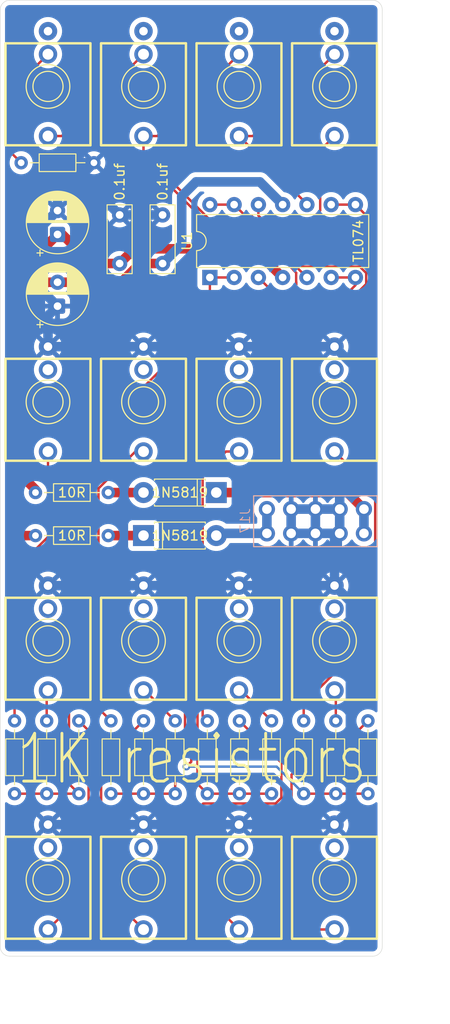
<source format=kicad_pcb>
(kicad_pcb (version 20241229) (generator "pcbnew") (generator_version "9.0")
  (layers (0 "F.Cu" signal) (2 "B.Cu" signal) (13 "F.Paste" user) (15 "B.Paste" user) (5 "F.SilkS" user "F.Silkscreen") (7 "B.SilkS" user "B.Silkscreen") (1 "F.Mask" user) (3 "B.Mask" user) (25 "Edge.Cuts" user))
  (net 0 "")
  (net 1 "GND")
  (net 2 "+12v")
  (net 3 "-12v")
  (net 4 "Net-(D1-A)")
  (net 5 "Net-(D1-K)")
  (net 6 "Net-(D2-K)")
  (net 7 "Net-(D2-A)")
  (net 8 "Net-(R1-+)")
  (net 9 "Net-(J1-SIG)")
  (net 10 "Net-(R4-+)")
  (net 11 "Net-(R7-+)")
  (net 12 "Net-(J2-SIG)")
  (net 13 "Net-(J5-SIG)")
  (net 14 "Net-(J6-SIG)")
  (net 15 "Net-(J7-SIG)")
  (net 16 "Net-(J8-SIG)")
  (net 17 "Net-(J10-SIG)")
  (net 18 "Net-(J9-SIG)")
  (net 19 "Net-(J11-SIG)")
  (net 20 "Net-(J12-SIG)")
  (net 21 "Net-(J13-SIG)")
  (net 22 "Net-(J14-SIG)")
  (net 23 "Net-(R10-+)")
  (net 24 "Net-(J15-SIG)")
  (net 25 "Net-(J16-SIG)")
  (net 26 "Net-(J4-SIG)")
  (net 27 "Net-(J3-SIG)")
  (net 28 "Net-(J1-SW)")
  (footprint "Resistor_THT:R_Axial_DIN0204_L3.6mm_D1.6mm_P7.62mm_Horizontal" (layer "F.Cu") (at 132.181818 148.953858 90)
    (property "Reference" "R7" (hide yes))
    (property "Value" "1k" (hide yes))
    (pad "1" thru_hole circle (at 0 0 90) (size 1.4 1.4) (drill 0.7) (layers "*.Cu" "*.Mask") (net 11 "Net-(R7-+)"))
    (pad "2" thru_hole circle (at 7.62 0 90) (size 1.4 1.4) (drill 0.7) (layers "*.Cu" "*.Mask") (net 19 "Net-(J11-SIG)"))
  )
  (footprint "PCM_4ms_Jack:EighthInch_PJ398SM" (layer "F.Cu") (at 145.5 132.953858 90)
    (property "Reference" "J15" (hide yes))
    (property "Value" "" (at -6.375 5.975 90) (layer "F.SilkS") (effects (justify left bottom)))
    (pad "1" thru_hole circle (at -5.207 0 90) (size 1.9304 1.9304) (drill 1.143) (layers "*.Cu" "*.Mask") (net 24 "Net-(J15-SIG)"))
    (pad "2" thru_hole circle (at 5.7658 0 90) (size 1.9304 1.9304) (drill 0.889) (layers "*.Cu" "*.Mask") (net 1 "GND"))
    (pad "3" thru_hole circle (at 3.3528 0 90) (size 1.9304 1.9304) (drill 1.143) (layers "*.Cu" "*.Mask"))
  )
  (footprint "Resistor_THT:R_Axial_DIN0204_L3.6mm_D1.6mm_P7.62mm_Horizontal" (layer "F.Cu") (at 138.909091 148.953858 90)
    (property "Reference" "R8" (hide yes))
    (property "Value" "1k" (hide yes))
    (pad "1" thru_hole circle (at 0 0 90) (size 1.4 1.4) (drill 0.7) (layers "*.Cu" "*.Mask") (net 11 "Net-(R7-+)"))
    (pad "2" thru_hole circle (at 7.62 0 90) (size 1.4 1.4) (drill 0.7) (layers "*.Cu" "*.Mask") (net 20 "Net-(J12-SIG)"))
  )
  (footprint "Resistor_THT:R_Axial_DIN0204_L3.6mm_D1.6mm_P7.62mm_Horizontal" (layer "F.Cu") (at 112 148.953858 90)
    (property "Reference" "R1" (hide yes))
    (property "Value" "1k" (hide yes))
    (pad "1" thru_hole circle (at 0 0 90) (size 1.4 1.4) (drill 0.7) (layers "*.Cu" "*.Mask") (net 8 "Net-(R1-+)"))
    (pad "2" thru_hole circle (at 7.62 0 90) (size 1.4 1.4) (drill 0.7) (layers "*.Cu" "*.Mask") (net 13 "Net-(J5-SIG)"))
  )
  (footprint "PCM_4ms_Jack:EighthInch_PJ398SM" (layer "F.Cu") (at 135.5 132.953858 90)
    (property "Reference" "J12" (hide yes))
    (property "Value" "" (at -6.375 5.975 90) (layer "F.SilkS") (effects (justify left bottom)))
    (pad "1" thru_hole circle (at -5.207 0 90) (size 1.9304 1.9304) (drill 1.143) (layers "*.Cu" "*.Mask") (net 20 "Net-(J12-SIG)"))
    (pad "2" thru_hole circle (at 5.7658 0 90) (size 1.9304 1.9304) (drill 0.889) (layers "*.Cu" "*.Mask") (net 1 "GND"))
    (pad "3" thru_hole circle (at 3.3528 0 90) (size 1.9304 1.9304) (drill 1.143) (layers "*.Cu" "*.Mask"))
  )
  (footprint "Resistor_THT:R_Axial_DIN0204_L3.6mm_D1.6mm_P7.62mm_Horizontal" (layer "F.Cu") (at 115.363636 148.953858 90)
    (property "Reference" "R2" (hide yes))
    (property "Value" "1k" (hide yes))
    (pad "1" thru_hole circle (at 0 0 90) (size 1.4 1.4) (drill 0.7) (layers "*.Cu" "*.Mask") (net 8 "Net-(R1-+)"))
    (pad "2" thru_hole circle (at 7.62 0 90) (size 1.4 1.4) (drill 0.7) (layers "*.Cu" "*.Mask") (net 14 "Net-(J6-SIG)"))
  )
  (footprint "Capacitor_THT:CP_Radial_D6.3mm_P2.50mm" (layer "F.Cu") (at 116.5 90.453858 90)
    (property "Reference" "C1" (hide yes))
    (property "Value" "10uF")
    (pad "1" thru_hole roundrect (at 0 0 90) (size 1.6 1.6) (drill 0.8) (layers "*.Cu" "*.Mask") (roundrect_rratio 0.15625) (net 2 "+12v"))
    (pad "2" thru_hole circle (at 2.5 0 90) (size 1.6 1.6) (drill 0.8) (layers "*.Cu" "*.Mask") (net 1 "GND"))
  )
  (footprint "Resistor_THT:R_Axial_DIN0204_L3.6mm_D1.6mm_P7.62mm_Horizontal" (layer "F.Cu") (at 125.5 148.953858 90)
    (property "Reference" "R5" (hide yes))
    (property "Value" "1k" (hide yes))
    (pad "1" thru_hole circle (at 0 0 90) (size 1.4 1.4) (drill 0.7) (layers "*.Cu" "*.Mask") (net 10 "Net-(R4-+)"))
    (pad "2" thru_hole circle (at 7.62 0 90) (size 1.4 1.4) (drill 0.7) (layers "*.Cu" "*.Mask") (net 17 "Net-(J10-SIG)"))
  )
  (footprint "PCM_4ms_Jack:EighthInch_PJ398SM" (layer "F.Cu") (at 125.5 157.953858 90)
    (property "Reference" "J10" (hide yes))
    (property "Value" "" (at -6.375 5.975 90) (layer "F.SilkS") (effects (justify left bottom)))
    (pad "1" thru_hole circle (at -5.207 0 90) (size 1.9304 1.9304) (drill 1.143) (layers "*.Cu" "*.Mask") (net 17 "Net-(J10-SIG)"))
    (pad "2" thru_hole circle (at 5.7658 0 90) (size 1.9304 1.9304) (drill 0.889) (layers "*.Cu" "*.Mask") (net 1 "GND"))
    (pad "3" thru_hole circle (at 3.3528 0 90) (size 1.9304 1.9304) (drill 1.143) (layers "*.Cu" "*.Mask"))
  )
  (footprint "PCM_4ms_Jack:EighthInch_PJ398SM" (layer "F.Cu") (at 125.5 107.953858 90)
    (property "Reference" "J8" (hide yes))
    (property "Value" "" (hide yes))
    (pad "1" thru_hole circle (at -5.207 0 90) (size 1.9304 1.9304) (drill 1.143) (layers "*.Cu" "*.Mask") (net 16 "Net-(J8-SIG)"))
    (pad "2" thru_hole circle (at 5.7658 0 90) (size 1.9304 1.9304) (drill 0.889) (layers "*.Cu" "*.Mask") (net 1 "GND"))
    (pad "3" thru_hole circle (at 3.3528 0 90) (size 1.9304 1.9304) (drill 1.143) (layers "*.Cu" "*.Mask"))
  )
  (footprint "Resistor_THT:R_Axial_DIN0204_L3.6mm_D1.6mm_P7.62mm_Horizontal" (layer "F.Cu") (at 145.636364 148.953858 90)
    (property "Reference" "R11" (hide yes))
    (property "Value" "1k" (hide yes))
    (pad "1" thru_hole circle (at 0 0 90) (size 1.4 1.4) (drill 0.7) (layers "*.Cu" "*.Mask") (net 23 "Net-(R10-+)"))
    (pad "2" thru_hole circle (at 7.62 0 90) (size 1.4 1.4) (drill 0.7) (layers "*.Cu" "*.Mask") (net 24 "Net-(J15-SIG)"))
  )
  (footprint "PCM_4ms_Jack:EighthInch_PJ398SM" (layer "F.Cu") (at 115.5 107.953858 90)
    (property "Reference" "J5" (hide yes))
    (property "Value" "" (hide yes))
    (pad "1" thru_hole circle (at -5.207 0 90) (size 1.9304 1.9304) (drill 1.143) (layers "*.Cu" "*.Mask") (net 13 "Net-(J5-SIG)"))
    (pad "2" thru_hole circle (at 5.7658 0 90) (size 1.9304 1.9304) (drill 0.889) (layers "*.Cu" "*.Mask") (net 1 "GND"))
    (pad "3" thru_hole circle (at 3.3528 0 90) (size 1.9304 1.9304) (drill 1.143) (layers "*.Cu" "*.Mask"))
  )
  (footprint "PCM_4ms_Diode:D_DO-41_P7.62mm_Horizontal" (layer "F.Cu") (at 129.31 117.453858 180)
    (property "Reference" "D2" (hide yes))
    (property "Value" "1N5819" (at 0 0 0) (layer "F.SilkS") (effects (font (size 1.016 1.016) (thickness 0.1524))))
    (pad "1" thru_hole rect (at -3.81 0 180) (size 2.2 2.2) (drill 1.1) (layers "*.Cu" "*.Mask") (net 6 "Net-(D2-K)"))
    (pad "2" thru_hole oval (at 3.81 0 180) (size 2.2 2.2) (drill 1.1) (layers "*.Cu" "*.Mask") (net 7 "Net-(D2-A)"))
  )
  (footprint "Resistor_THT:R_Axial_DIN0204_L3.6mm_D1.6mm_P7.62mm_Horizontal" (layer "F.Cu") (at 142.272727 148.953858 90)
    (property "Reference" "R10" (hide yes))
    (property "Value" "1k" (hide yes))
    (pad "1" thru_hole circle (at 0 0 90) (size 1.4 1.4) (drill 0.7) (layers "*.Cu" "*.Mask") (net 23 "Net-(R10-+)"))
    (pad "2" thru_hole circle (at 7.62 0 90) (size 1.4 1.4) (drill 0.7) (layers "*.Cu" "*.Mask") (net 22 "Net-(J14-SIG)"))
  )
  (footprint "PCM_4ms_Jack:EighthInch_PJ398SM" (layer "F.Cu") (at 145.5 107.953858 90)
    (property "Reference" "J14" (hide yes))
    (property "Value" "" (at -6.375 5.975 90) (layer "F.SilkS") (effects (justify left bottom)))
    (pad "1" thru_hole circle (at -5.207 0 90) (size 1.9304 1.9304) (drill 1.143) (layers "*.Cu" "*.Mask") (net 22 "Net-(J14-SIG)"))
    (pad "2" thru_hole circle (at 5.7658 0 90) (size 1.9304 1.9304) (drill 0.889) (layers "*.Cu" "*.Mask") (net 1 "GND"))
    (pad "3" thru_hole circle (at 3.3528 0 90) (size 1.9304 1.9304) (drill 1.143) (layers "*.Cu" "*.Mask"))
  )
  (footprint "Resistor_THT:R_Axial_DIN0204_L3.6mm_D1.6mm_P7.62mm_Horizontal" (layer "F.Cu") (at 135.545455 148.953858 90)
    (property "Reference" "R9" (hide yes))
    (property "Value" "1k" (hide yes))
    (pad "1" thru_hole circle (at 0 0 90) (size 1.4 1.4) (drill 0.7) (layers "*.Cu" "*.Mask") (net 11 "Net-(R7-+)"))
    (pad "2" thru_hole circle (at 7.62 0 90) (size 1.4 1.4) (drill 0.7) (layers "*.Cu" "*.Mask") (net 21 "Net-(J13-SIG)"))
  )
  (footprint "PCM_4ms_Jack:EighthInch_PJ398SM" (layer "F.Cu") (at 145.5 74.953858 90)
    (property "Reference" "J4" (hide yes))
    (property "Value" "" (hide yes))
    (pad "1" thru_hole circle (at -5.207 0 90) (size 1.9304 1.9304) (drill 1.143) (layers "*.Cu" "*.Mask") (net 26 "Net-(J4-SIG)"))
    (pad "2" thru_hole circle (at 5.7658 0 90) (size 1.9304 1.9304) (drill 0.889) (layers "*.Cu" "*.Mask"))
    (pad "3" thru_hole circle (at 3.3528 0 90) (size 1.9304 1.9304) (drill 1.143) (layers "*.Cu" "*.Mask") (net 27 "Net-(J3-SIG)"))
  )
  (footprint "PCM_4ms_Capacitor:C_Disc_P5.08mm" (layer "F.Cu") (at 127.5 90.953858 90)
    (property "Reference" "C4" (hide yes))
    (property "Value" "0.1uf" (at 6 0 90) (layer "F.SilkS") (effects (font (size 1.016 1.016) (thickness 0.1524))))
    (pad "1" thru_hole circle (at -2.54 0 90) (size 1.6 1.6) (drill 0.8) (layers "*.Cu" "*.Mask") (net 3 "-12v"))
    (pad "2" thru_hole circle (at 2.54 0 90) (size 1.6 1.6) (drill 0.8) (layers "*.Cu" "*.Mask") (net 1 "GND"))
  )
  (footprint "PCM_4ms_Capacitor:C_Disc_P5.08mm" (layer "F.Cu") (at 123 90.953858 -90)
    (property "Reference" "C2" (hide yes))
    (property "Value" "0.1uf" (at -6 0 90) (layer "F.SilkS") (effects (font (size 1.016 1.016) (thickness 0.1524))))
    (pad "1" thru_hole circle (at -2.54 0 270) (size 1.6 1.6) (drill 0.8) (layers "*.Cu" "*.Mask") (net 1 "GND"))
    (pad "2" thru_hole circle (at 2.54 0 270) (size 1.6 1.6) (drill 0.8) (layers "*.Cu" "*.Mask") (net 2 "+12v"))
  )
  (footprint "Capacitor_THT:CP_Radial_D6.3mm_P2.50mm" (layer "F.Cu") (at 116.5 97.953858 90)
    (property "Reference" "C3" (hide yes))
    (property "Value" "10uF")
    (pad "1" thru_hole roundrect (at 0 0 90) (size 1.6 1.6) (drill 0.8) (layers "*.Cu" "*.Mask") (roundrect_rratio 0.15625) (net 1 "GND"))
    (pad "2" thru_hole circle (at 2.5 0 90) (size 1.6 1.6) (drill 0.8) (layers "*.Cu" "*.Mask") (net 3 "-12v"))
  )
  (footprint "Resistor_THT:R_Axial_DIN0204_L3.6mm_D1.6mm_P7.62mm_Horizontal" (layer "F.Cu") (at 122.090909 148.953858 90)
    (property "Reference" "R4" (hide yes))
    (property "Value" "1k" (hide yes))
    (pad "1" thru_hole circle (at 0 0 90) (size 1.4 1.4) (drill 0.7) (layers "*.Cu" "*.Mask") (net 10 "Net-(R4-+)"))
    (pad "2" thru_hole circle (at 7.62 0 90) (size 1.4 1.4) (drill 0.7) (layers "*.Cu" "*.Mask") (net 16 "Net-(J8-SIG)"))
  )
  (footprint "PCM_4ms_Jack:EighthInch_PJ398SM" (layer "F.Cu") (at 135.5 107.953858 90)
    (property "Reference" "J11" (hide yes))
    (property "Value" "" (hide yes))
    (pad "1" thru_hole circle (at -5.207 0 90) (size 1.9304 1.9304) (drill 1.143) (layers "*.Cu" "*.Mask") (net 19 "Net-(J11-SIG)"))
    (pad "2" thru_hole circle (at 5.7658 0 90) (size 1.9304 1.9304) (drill 0.889) (layers "*.Cu" "*.Mask") (net 1 "GND"))
    (pad "3" thru_hole circle (at 3.3528 0 90) (size 1.9304 1.9304) (drill 1.143) (layers "*.Cu" "*.Mask"))
  )
  (footprint "PCM_4ms_Diode:D_DO-41_P7.62mm_Horizontal" (layer "F.Cu") (at 129.31 121.953858)
    (property "Reference" "D1" (hide yes))
    (property "Value" "1N5819" (at 0 0 0) (layer "F.SilkS") (effects (font (size 1.016 1.016) (thickness 0.1524))))
    (pad "1" thru_hole rect (at -3.81 0) (size 2.2 2.2) (drill 1.1) (layers "*.Cu" "*.Mask") (net 5 "Net-(D1-K)"))
    (pad "2" thru_hole oval (at 3.81 0) (size 2.2 2.2) (drill 1.1) (layers "*.Cu" "*.Mask") (net 4 "Net-(D1-A)"))
  )
  (footprint "PCM_4ms_Package_DIP:DIP-14_W7.62mm" (layer "F.Cu") (at 132.5 94.953858 90)
    (property "Reference" "U1" (at 3.81 -2.44 90) (layer "F.SilkS"))
    (property "Value" "TL074" (at 3.81 15.5 90) (layer "F.SilkS"))
    (fp_text user "" (at 3.81 7.57 90) (layer "F.SilkS"))
    (pad "1" thru_hole rect (at 0 -0.05 90) (size 1.6 1.6) (drill 0.8) (layers "*.Cu" "*.Mask") (net 8 "Net-(R1-+)"))
    (pad "2" thru_hole oval (at 0 2.49 90) (size 1.6 1.6) (drill 0.8) (layers "*.Cu" "*.Mask") (net 8 "Net-(R1-+)"))
    (pad "3" thru_hole oval (at 0 5.03 90) (size 1.6 1.6) (drill 0.8) (layers "*.Cu" "*.Mask") (net 9 "Net-(J1-SIG)"))
    (pad "4" thru_hole oval (at 0 7.57 90) (size 1.6 1.6) (drill 0.8) (layers "*.Cu" "*.Mask") (net 2 "+12v"))
    (pad "5" thru_hole oval (at 0 10.11 90) (size 1.6 1.6) (drill 0.8) (layers "*.Cu" "*.Mask") (net 12 "Net-(J2-SIG)"))
    (pad "6" thru_hole oval (at 0 12.65 90) (size 1.6 1.6) (drill 0.8) (layers "*.Cu" "*.Mask") (net 10 "Net-(R4-+)"))
    (pad "7" thru_hole oval (at 0 15.19 90) (size 1.6 1.6) (drill 0.8) (layers "*.Cu" "*.Mask") (net 10 "Net-(R4-+)"))
    (pad "8" thru_hole oval (at 7.62 15.19 90) (size 1.6 1.6) (drill 0.8) (layers "*.Cu" "*.Mask") (net 11 "Net-(R7-+)"))
    (pad "9" thru_hole oval (at 7.62 12.65 90) (size 1.6 1.6) (drill 0.8) (layers "*.Cu" "*.Mask") (net 11 "Net-(R7-+)"))
    (pad "10" thru_hole oval (at 7.62 10.11 90) (size 1.6 1.6) (drill 0.8) (layers "*.Cu" "*.Mask") (net 27 "Net-(J3-SIG)"))
    (pad "11" thru_hole oval (at 7.62 7.57 90) (size 1.6 1.6) (drill 0.8) (layers "*.Cu" "*.Mask") (net 3 "-12v"))
    (pad "12" thru_hole oval (at 7.62 5.03 90) (size 1.6 1.6) (drill 0.8) (layers "*.Cu" "*.Mask") (net 26 "Net-(J4-SIG)"))
    (pad "13" thru_hole oval (at 7.62 2.49 90) (size 1.6 1.6) (drill 0.8) (layers "*.Cu" "*.Mask") (net 23 "Net-(R10-+)"))
    (pad "14" thru_hole oval (at 7.62 -0.05 90) (size 1.6 1.6) (drill 0.8) (layers "*.Cu" "*.Mask") (net 23 "Net-(R10-+)"))
  )
  (footprint "Resistor_THT:R_Axial_DIN0204_L3.6mm_D1.6mm_P7.62mm_Horizontal" (layer "F.Cu") (at 128.818182 148.953858 90)
    (property "Reference" "R6" (hide yes))
    (property "Value" "1k" (hide yes))
    (pad "1" thru_hole circle (at 0 0 90) (size 1.4 1.4) (drill 0.7) (layers "*.Cu" "*.Mask") (net 10 "Net-(R4-+)"))
    (pad "2" thru_hole circle (at 7.62 0 90) (size 1.4 1.4) (drill 0.7) (layers "*.Cu" "*.Mask") (net 18 "Net-(J9-SIG)"))
  )
  (footprint "PCM_4ms_Jack:EighthInch_PJ398SM" (layer "F.Cu") (at 115.5 74.953858 90)
    (property "Reference" "J1" (hide yes))
    (property "Value" "" (hide yes))
    (pad "1" thru_hole circle (at -5.207 0 90) (size 1.9304 1.9304) (drill 1.143) (layers "*.Cu" "*.Mask") (net 9 "Net-(J1-SIG)"))
    (pad "2" thru_hole circle (at 5.7658 0 90) (size 1.9304 1.9304) (drill 0.889) (layers "*.Cu" "*.Mask"))
    (pad "3" thru_hole circle (at 3.3528 0 90) (size 1.9304 1.9304) (drill 1.143) (layers "*.Cu" "*.Mask") (net 28 "Net-(J1-SW)"))
  )
  (footprint "PCM_4ms_Jack:EighthInch_PJ398SM" (layer "F.Cu") (at 145.5 157.953858 90)
    (property "Reference" "J16" (hide yes))
    (property "Value" "" (at -6.375 5.975 90) (layer "F.SilkS") (effects (justify left bottom)))
    (pad "1" thru_hole circle (at -5.207 0 90) (size 1.9304 1.9304) (drill 1.143) (layers "*.Cu" "*.Mask") (net 25 "Net-(J16-SIG)"))
    (pad "2" thru_hole circle (at 5.7658 0 90) (size 1.9304 1.9304) (drill 0.889) (layers "*.Cu" "*.Mask") (net 1 "GND"))
    (pad "3" thru_hole circle (at 3.3528 0 90) (size 1.9304 1.9304) (drill 1.143) (layers "*.Cu" "*.Mask"))
  )
  (footprint "PCM_4ms_Jack:EighthInch_PJ398SM" (layer "F.Cu") (at 125.5 132.953858 90)
    (property "Reference" "J9" (hide yes))
    (property "Value" "" (at -6.375 5.975 90) (layer "F.SilkS") (effects (justify left bottom)))
    (pad "1" thru_hole circle (at -5.207 0 90) (size 1.9304 1.9304) (drill 1.143) (layers "*.Cu" "*.Mask") (net 18 "Net-(J9-SIG)"))
    (pad "2" thru_hole circle (at 5.7658 0 90) (size 1.9304 1.9304) (drill 0.889) (layers "*.Cu" "*.Mask") (net 1 "GND"))
    (pad "3" thru_hole circle (at 3.3528 0 90) (size 1.9304 1.9304) (drill 1.143) (layers "*.Cu" "*.Mask"))
  )
  (footprint "PCM_4ms_Jack:EighthInch_PJ398SM" (layer "F.Cu") (at 115.5 157.953858 90)
    (property "Reference" "J7" (hide yes))
    (property "Value" "" (at -6.375 5.975 90) (layer "F.SilkS") (effects (justify left bottom)))
    (pad "1" thru_hole circle (at -5.207 0 90) (size 1.9304 1.9304) (drill 1.143) (layers "*.Cu" "*.Mask") (net 15 "Net-(J7-SIG)"))
    (pad "2" thru_hole circle (at 5.7658 0 90) (size 1.9304 1.9304) (drill 0.889) (layers "*.Cu" "*.Mask") (net 1 "GND"))
    (pad "3" thru_hole circle (at 3.3528 0 90) (size 1.9304 1.9304) (drill 1.143) (layers "*.Cu" "*.Mask"))
  )
  (footprint "PCM_4ms_Jack:EighthInch_PJ398SM" (layer "F.Cu") (at 135.5 157.953858 90)
    (property "Reference" "J13" (hide yes))
    (property "Value" "" (at -6.375 5.975 90) (layer "F.SilkS") (effects (justify left bottom)))
    (pad "1" thru_hole circle (at -5.207 0 90) (size 1.9304 1.9304) (drill 1.143) (layers "*.Cu" "*.Mask") (net 21 "Net-(J13-SIG)"))
    (pad "2" thru_hole circle (at 5.7658 0 90) (size 1.9304 1.9304) (drill 0.889) (layers "*.Cu" "*.Mask") (net 1 "GND"))
    (pad "3" thru_hole circle (at 3.3528 0 90) (size 1.9304 1.9304) (drill 1.143) (layers "*.Cu" "*.Mask"))
  )
  (footprint "PCM_4ms_Jack:EighthInch_PJ398SM" (layer "F.Cu") (at 115.5 132.953858 90)
    (property "Reference" "J6" (hide yes))
    (property "Value" "" (at -6.375 5.975 90) (layer "F.SilkS") (effects (justify left bottom)))
    (pad "1" thru_hole circle (at -5.207 0 90) (size 1.9304 1.9304) (drill 1.143) (layers "*.Cu" "*.Mask") (net 14 "Net-(J6-SIG)"))
    (pad "2" thru_hole circle (at 5.7658 0 90) (size 1.9304 1.9304) (drill 0.889) (layers "*.Cu" "*.Mask") (net 1 "GND"))
    (pad "3" thru_hole circle (at 3.3528 0 90) (size 1.9304 1.9304) (drill 1.143) (layers "*.Cu" "*.Mask"))
  )
  (footprint "PCM_4ms_Jack:EighthInch_PJ398SM" (layer "F.Cu") (at 125.5 74.953858 90)
    (property "Reference" "J2" (hide yes))
    (property "Value" "" (hide yes))
    (pad "1" thru_hole circle (at -5.207 0 90) (size 1.9304 1.9304) (drill 1.143) (layers "*.Cu" "*.Mask") (net 12 "Net-(J2-SIG)"))
    (pad "2" thru_hole circle (at 5.7658 0 90) (size 1.9304 1.9304) (drill 0.889) (layers "*.Cu" "*.Mask"))
    (pad "3" thru_hole circle (at 3.3528 0 90) (size 1.9304 1.9304) (drill 1.143) (layers "*.Cu" "*.Mask") (net 9 "Net-(J1-SIG)"))
  )
  (footprint "Resistor_THT:R_Axial_DIN0204_L3.6mm_D1.6mm_P7.62mm_Horizontal" (layer "F.Cu") (at 149 148.953858 90)
    (property "Reference" "R12" (hide yes))
    (property "Value" "1k" (hide yes))
    (pad "1" thru_hole circle (at 0 0 90) (size 1.4 1.4) (drill 0.7) (layers "*.Cu" "*.Mask") (net 23 "Net-(R10-+)"))
    (pad "2" thru_hole circle (at 7.62 0 90) (size 1.4 1.4) (drill 0.7) (layers "*.Cu" "*.Mask") (net 25 "Net-(J16-SIG)"))
  )
  (footprint "Resistor_THT:R_Axial_DIN0204_L3.6mm_D1.6mm_P7.62mm_Horizontal" (layer "F.Cu") (at 112.69 82.953858)
    (property "Reference" "R13" (hide yes))
    (property "Value" "1M")
    (pad "1" thru_hole circle (at 0 0) (size 1.4 1.4) (drill 0.7) (layers "*.Cu" "*.Mask") (net 28 "Net-(J1-SW)"))
    (pad "2" thru_hole circle (at 7.62 0) (size 1.4 1.4) (drill 0.7) (layers "*.Cu" "*.Mask") (net 1 "GND"))
  )
  (footprint "PCM_4ms_Jack:EighthInch_PJ398SM" (layer "F.Cu") (at 135.5 74.953858 90)
    (property "Reference" "J3" (hide yes))
    (property "Value" "" (hide yes))
    (pad "1" thru_hole circle (at -5.207 0 90) (size 1.9304 1.9304) (drill 1.143) (layers "*.Cu" "*.Mask") (net 27 "Net-(J3-SIG)"))
    (pad "2" thru_hole circle (at 5.7658 0 90) (size 1.9304 1.9304) (drill 0.889) (layers "*.Cu" "*.Mask"))
    (pad "3" thru_hole circle (at 3.3528 0 90) (size 1.9304 1.9304) (drill 1.143) (layers "*.Cu" "*.Mask") (net 12 "Net-(J2-SIG)"))
  )
  (footprint "Resistor_THT:R_Axial_DIN0204_L3.6mm_D1.6mm_P7.62mm_Horizontal" (layer "F.Cu") (at 121.81 121.953858 180)
    (property "Reference" "R15" (hide yes))
    (property "Value" "10R" (at 3.81 0 0) (layer "F.SilkS"))
    (pad "1" thru_hole circle (at 0 0 180) (size 1.4 1.4) (drill 0.7) (layers "*.Cu" "*.Mask") (net 5 "Net-(D1-K)"))
    (pad "2" thru_hole circle (at 7.62 0 180) (size 1.4 1.4) (drill 0.7) (layers "*.Cu" "*.Mask") (net 2 "+12v"))
  )
  (footprint "Resistor_THT:R_Axial_DIN0204_L3.6mm_D1.6mm_P7.62mm_Horizontal" (layer "F.Cu") (at 121.81 117.453858 180)
    (property "Reference" "R16" (hide yes))
    (property "Value" "10R" (at 3.81 0 0) (layer "F.SilkS"))
    (pad "1" thru_hole circle (at 0 0 180) (size 1.4 1.4) (drill 0.7) (layers "*.Cu" "*.Mask") (net 7 "Net-(D2-A)"))
    (pad "2" thru_hole circle (at 7.62 0 180) (size 1.4 1.4) (drill 0.7) (layers "*.Cu" "*.Mask") (net 3 "-12v"))
  )
  (footprint "Resistor_THT:R_Axial_DIN0204_L3.6mm_D1.6mm_P7.62mm_Horizontal" (layer "F.Cu") (at 118.727273 148.953858 90)
    (property "Reference" "R3" (hide yes))
    (property "Value" "1k" (hide yes))
    (pad "1" thru_hole circle (at 0 0 90) (size 1.4 1.4) (drill 0.7) (layers "*.Cu" "*.Mask") (net 8 "Net-(R1-+)"))
    (pad "2" thru_hole circle (at 7.62 0 90) (size 1.4 1.4) (drill 0.7) (layers "*.Cu" "*.Mask") (net 15 "Net-(J7-SIG)"))
  )
  (footprint "PCM_4ms_Connector:Pins_2x05_2.54mm_TH" (layer "B.Cu") (at 143.5 120.453858 -90)
    (property "Reference" "J17" (at -0.05 7.35 90) (layer "B.SilkS") (effects (font (thickness 0.1)) (justify mirror)))
    (property "Value" "Eurorack_Power_10pin_Unshrouded" (hide yes))
    (pad "1" thru_hole oval (at -1.27 5.08 270) (size 1.7 1.7) (drill 1) (layers "*.Cu" "*.Mask") (net 4 "Net-(D1-A)"))
    (pad "2" thru_hole oval (at 1.27 5.08 270) (size 1.7 1.7) (drill 1) (layers "*.Cu" "*.Mask") (net 4 "Net-(D1-A)"))
    (pad "3" thru_hole oval (at -1.27 2.54 270) (size 1.7 1.7) (drill 1) (layers "*.Cu" "*.Mask") (net 1 "GND"))
    (pad "4" thru_hole oval (at 1.27 2.54 270) (size 1.7 1.7) (drill 1) (layers "*.Cu" "*.Mask") (net 1 "GND"))
    (pad "5" thru_hole oval (at -1.27 0 270) (size 1.7 1.7) (drill 1) (layers "*.Cu" "*.Mask") (net 1 "GND"))
    (pad "6" thru_hole oval (at 1.27 0 270) (size 1.7 1.7) (drill 1) (layers "*.Cu" "*.Mask") (net 1 "GND"))
    (pad "7" thru_hole oval (at -1.27 -2.54 270) (size 1.7 1.7) (drill 1) (layers "*.Cu" "*.Mask") (net 1 "GND"))
    (pad "8" thru_hole oval (at 1.27 -2.54 270) (size 1.7 1.7) (drill 1) (layers "*.Cu" "*.Mask") (net 1 "GND"))
    (pad "9" thru_hole oval (at -1.27 -5.08 270) (size 1.7 1.7) (drill 1) (layers "*.Cu" "*.Mask") (net 6 "Net-(D2-K)"))
    (pad "10" thru_hole oval (at 1.27 -5.08 270) (size 1.7 1.7) (drill 1) (layers "*.Cu" "*.Mask") (net 6 "Net-(D2-K)"))
  )
  (gr_arc (start 149.5 65.953858) (mid 150.207107 66.246751) (end 150.5 66.953858) (stroke (width 0.05)) (layer "Edge.Cuts"))
  (gr_line (start 149.5 165.953858) (end 111.5 165.953858) (stroke (width 0.05)) (layer "Edge.Cuts"))
  (gr_arc (start 150.5 164.953858) (mid 150.207122 165.660992) (end 149.5 165.953858) (stroke (width 0.05)) (layer "Edge.Cuts"))
  (gr_line (start 111.5 65.953858) (end 149.5 65.953858) (stroke (width 0.05)) (layer "Edge.Cuts"))
  (gr_arc (start 111.5 165.953858) (mid 110.792893 165.660965) (end 110.5 164.953858) (stroke (width 0.05)) (layer "Edge.Cuts"))
  (gr_line (start 110.5 164.953858) (end 110.5 66.953858) (stroke (width 0.05)) (layer "Edge.Cuts"))
  (gr_line (start 150.5 66.953858) (end 150.5 164.953858) (stroke (width 0.05)) (layer "Edge.Cuts"))
  (gr_arc (start 110.5 66.953858) (mid 110.792908 66.246778) (end 111.5 65.953858) (stroke (width 0.05)) (layer "Edge.Cuts"))
  (gr_text "1K resistors" (at 112 148.263858 0) (layer "F.SilkS") (effects (font (size 5 4) (thickness 0.3) (bold yes)) (justify left bottom)))
  (segment (start 143.5 119.183858) (end 140.96 119.183858) (width 1) (layer "B.Cu") (net 1))
  (segment (start 147.1662 128.854258) (end 145.5 127.188058) (width 1) (layer "B.Cu") (net 1))
  (segment (start 115.5 152.188058) (end 115.5 151.953858) (width 0.25) (layer "B.Cu") (net 1))
  (segment (start 147.5 115.453858) (end 147.5 104.188058) (width 1) (layer "B.Cu") (net 1))
  (segment (start 143.5 121.723858) (end 143.5 119.183858) (width 1) (layer "B.Cu") (net 1))
  (segment (start 146.04 116.913858) (end 147.5 115.453858) (width 1) (layer "B.Cu") (net 1))
  (segment (start 135.5 102.188058) (end 125.5 102.188058) (width 1) (layer "B.Cu") (net 1))
  (segment (start 119.31 84.723858) (end 123 88.413858) (width 1) (layer "B.Cu") (net 1))
  (segment (start 135.5 152.188058) (end 145.5 152.188058) (width 1) (layer "B.Cu") (net 1))
  (segment (start 146.04 119.183858) (end 146.04 116.913858) (width 1) (layer "B.Cu") (net 1))
  (segment (start 143.5 121.723858) (end 140.96 121.723858) (width 1) (layer "B.Cu") (net 1))
  (segment (start 125.5 152.188058) (end 135.5 152.188058) (width 1) (layer "B.Cu") (net 1))
  (segment (start 115.5 102.188058) (end 115.5 98.953858) (width 1) (layer "B.Cu") (net 1))
  (segment (start 119.31 83.953858) (end 119.31 84.723858) (width 1) (layer "B.Cu") (net 1))
  (segment (start 114.999 89.454858) (end 116.5 87.953858) (width 1) (layer "B.Cu") (net 1))
  (segment (start 145.5 127.188058) (end 145.5 122.263858) (width 1) (layer "B.Cu") (net 1))
  (segment (start 123 88.413858) (end 127.5 88.413858) (width 1) (layer "B.Cu") (net 1))
  (segment (start 135.5 127.188058) (end 125.5 127.188058) (width 1) (layer "B.Cu") (net 1))
  (segment (start 145.5 102.188058) (end 135.5 102.188058) (width 1) (layer "B.Cu") (net 1))
  (segment (start 146.04 121.723858) (end 143.5 121.723858) (width 1) (layer "B.Cu") (net 1))
  (segment (start 147.1662 150.521858) (end 147.1662 128.854258) (width 1) (layer "B.Cu") (net 1))
  (segment (start 145.5 122.263858) (end 146.04 121.723858) (width 1) (layer "B.Cu") (net 1))
  (segment (start 115.7342 152.188058) (end 125.5 152.188058) (width 1) (layer "B.Cu") (net 1))
  (segment (start 145.5 127.188058) (end 135.5 127.188058) (width 1) (layer "B.Cu") (net 1))
  (segment (start 116.5 87.953858) (end 116.5 85.763858) (width 1) (layer "B.Cu") (net 1))
  (segment (start 115.5 151.953858) (end 115.7342 152.188058) (width 0.25) (layer "B.Cu") (net 1))
  (segment (start 147.5 104.188058) (end 145.5 102.188058) (width 1) (layer "B.Cu") (net 1))
  (segment (start 125.5 102.188058) (end 115.5 102.188058) (width 1) (layer "B.Cu") (net 1))
  (segment (start 116.5 97.953858) (end 114.999 96.452858) (width 1) (layer "B.Cu") (net 1))
  (segment (start 125.5 127.188058) (end 115.5 127.188058) (width 1) (layer "B.Cu") (net 1))
  (segment (start 140.96 121.723858) (end 140.96 119.183858) (width 1) (layer "B.Cu") (net 1))
  (segment (start 146.04 119.183858) (end 143.5 119.183858) (width 1) (layer "B.Cu") (net 1))
  (segment (start 146.04 121.723858) (end 146.04 119.183858) (width 1) (layer "B.Cu") (net 1))
  (segment (start 115.5 98.953858) (end 116.5 97.953858) (width 1) (layer "B.Cu") (net 1))
  (segment (start 114.999 96.452858) (end 114.999 89.454858) (width 1) (layer "B.Cu") (net 1))
  (segment (start 145.5 152.188058) (end 147.1662 150.521858) (width 1) (layer "B.Cu") (net 1))
  (segment (start 119.31 82.953858) (end 120.31 82.953858) (width 1) (layer "B.Cu") (net 1))
  (segment (start 116.5 85.763858) (end 119.31 82.953858) (width 1) (layer "B.Cu") (net 1))
  (segment (start 120.31 82.953858) (end 119.31 83.953858) (width 1) (layer "B.Cu") (net 1))
  (segment (start 120.04 93.493858) (end 123 93.493858) (width 1) (layer "F.Cu") (net 2))
  (segment (start 111.664 120.927858) (end 111.664 95.289858) (width 1) (layer "F.Cu") (net 2))
  (segment (start 114.19 121.953858) (end 112.69 121.953858) (width 1) (layer "F.Cu") (net 2))
  (segment (start 116.5 90.453858) (end 117 90.453858) (width 0.25) (layer "F.Cu") (net 2))
  (segment (start 137.07 91.953858) (end 140.07 94.953858) (width 1) (layer "F.Cu") (net 2))
  (segment (start 123 93.493858) (end 124.54 91.953858) (width 1) (layer "F.Cu") (net 2))
  (segment (start 111.664 95.289858) (end 116.5 90.453858) (width 1) (layer "F.Cu") (net 2))
  (segment (start 117 90.453858) (end 120.04 93.493858) (width 1) (layer "F.Cu") (net 2))
  (segment (start 112.69 121.953858) (end 111.664 120.927858) (width 1) (layer "F.Cu") (net 2))
  (segment (start 124.54 91.953858) (end 137.07 91.953858) (width 1) (layer "F.Cu") (net 2))
  (segment (start 115.365 95.453858) (end 116.5 95.453858) (width 1) (layer "F.Cu") (net 3))
  (segment (start 112.865 97.953858) (end 115.365 95.453858) (width 1) (layer "F.Cu") (net 3))
  (segment (start 114.19 117.143858) (end 112.865 115.818858) (width 1) (layer "F.Cu") (net 3))
  (segment (start 123.162735 95.453858) (end 125.122735 93.493858) (width 1) (layer "F.Cu") (net 3))
  (segment (start 116.5 95.453858) (end 123.162735 95.453858) (width 1) (layer "F.Cu") (net 3))
  (segment (start 114.19 117.453858) (end 114.19 117.143858) (width 0.25) (layer "F.Cu") (net 3))
  (segment (start 125.122735 93.493858) (end 127.5 93.493858) (width 1) (layer "F.Cu") (net 3))
  (segment (start 112.865 115.818858) (end 112.865 97.953858) (width 1) (layer "F.Cu") (net 3))
  (segment (start 129.5 86.453858) (end 131 84.953858) (width 1) (layer "B.Cu") (net 3))
  (segment (start 131 84.953858) (end 137.69 84.953858) (width 1) (layer "B.Cu") (net 3))
  (segment (start 127.5 93.493858) (end 129.5 91.493858) (width 1) (layer "B.Cu") (net 3))
  (segment (start 137.69 84.953858) (end 140.07 87.333858) (width 1) (layer "B.Cu") (net 3))
  (segment (start 129.5 91.493858) (end 129.5 86.453858) (width 1) (layer "B.Cu") (net 3))
  (segment (start 133.35 121.723858) (end 133.12 121.953858) (width 1) (layer "B.Cu") (net 4))
  (segment (start 138.42 121.723858) (end 133.35 121.723858) (width 1) (layer "B.Cu") (net 4))
  (segment (start 138.42 119.183858) (end 138.42 121.723858) (width 1) (layer "B.Cu") (net 4))
  (segment (start 121.81 121.953858) (end 125.5 121.953858) (width 1) (layer "F.Cu") (net 5))
  (segment (start 148.58 119.183858) (end 146.85 117.453858) (width 1) (layer "F.Cu") (net 6))
  (segment (start 146.85 117.453858) (end 133.12 117.453858) (width 1) (layer "F.Cu") (net 6))
  (segment (start 148.58 119.183858) (end 148.58 121.723858) (width 1) (layer "B.Cu") (net 6))
  (segment (start 121.81 117.453858) (end 125.5 117.453858) (width 1) (layer "F.Cu") (net 7))
  (segment (start 132.45 99.477091) (end 117.701273 114.225818) (width 0.25) (layer "F.Cu") (net 8))
  (segment (start 112 148.953858) (end 115.363636 148.953858) (width 0.25) (layer "F.Cu") (net 8))
  (segment (start 117.701273 114.225818) (end 117.701273 147.927858) (width 0.25) (layer "F.Cu") (net 8))
  (segment (start 118.727273 148.953858) (end 115.363636 148.953858) (width 0.25) (layer "F.Cu") (net 8))
  (segment (start 132.45 94.953858) (end 134.99 94.953858) (width 0.25) (layer "F.Cu") (net 8))
  (segment (start 132.45 94.953858) (end 132.45 99.477091) (width 0.25) (layer "F.Cu") (net 8))
  (segment (start 117.701273 147.927858) (end 118.727273 148.953858) (width 0.25) (layer "F.Cu") (net 8))
  (segment (start 140.75 96.453858) (end 139.03 96.453858) (width 0.25) (layer "F.Cu") (net 9))
  (segment (start 141.484 95.420263) (end 141.5 95.436263) (width 0.25) (layer "F.Cu") (net 9))
  (segment (start 123.048199 80.160858) (end 125.049 82.161659) (width 0.25) (layer "F.Cu") (net 9))
  (segment (start 115.5 80.160858) (end 116.9402 80.160858) (width 0.25) (layer "F.Cu") (net 9))
  (segment (start 141.484 94.487453) (end 141.484 95.420263) (width 0.25) (layer "F.Cu") (net 9))
  (segment (start 125.049 82.161659) (end 125.049 82.163073) (width 0.25) (layer "F.Cu") (net 9))
  (segment (start 125.049 82.163073) (end 132.339785 89.453858) (width 0.25) (layer "F.Cu") (net 9))
  (segment (start 132.339785 89.453858) (end 136.498586 89.453858) (width 0.25) (layer "F.Cu") (net 9))
  (segment (start 141.195 94.150272) (end 141.195 94.176668) (width 0.25) (layer "F.Cu") (net 9))
  (segment (start 139.03 96.453858) (end 137.53 94.953858) (width 0.25) (layer "F.Cu") (net 9))
  (segment (start 115.5 80.160858) (end 123.048199 80.160858) (width 0.25) (layer "F.Cu") (net 9))
  (segment (start 141.5 95.436263) (end 141.5 95.703858) (width 0.25) (layer "F.Cu") (net 9))
  (segment (start 136.498586 89.453858) (end 141.195 94.150272) (width 0.25) (layer "F.Cu") (net 9))
  (segment (start 141.195 94.176668) (end 141.494893 94.476561) (width 0.25) (layer "F.Cu") (net 9))
  (segment (start 141.494893 94.476561) (end 141.484 94.487453) (width 0.25) (layer "F.Cu") (net 9))
  (segment (start 141.5 95.703858) (end 140.75 96.453858) (width 0.25) (layer "F.Cu") (net 9))
  (segment (start 116.9402 80.160858) (end 125.5 71.601058) (width 0.25) (layer "F.Cu") (net 9))
  (segment (start 129.844182 142.609676) (end 128.818182 143.635676) (width 0.25) (layer "F.Cu") (net 10))
  (segment (start 128.818182 148.953858) (end 125.5 148.953858) (width 0.25) (layer "F.Cu") (net 10))
  (segment (start 129.844182 113.609676) (end 129.844182 142.609676) (width 0.25) (layer "F.Cu") (net 10))
  (segment (start 125.5 148.953858) (end 122.090909 148.953858) (width 0.25) (layer "F.Cu") (net 10))
  (segment (start 147.69 94.953858) (end 145.15 94.953858) (width 0.25) (layer "F.Cu") (net 10))
  (segment (start 128.818182 143.635676) (end 128.818182 148.953858) (width 0.25) (layer "F.Cu") (net 10))
  (segment (start 147.69 95.763858) (end 129.844182 113.609676) (width 0.25) (layer "F.Cu") (net 10))
  (segment (start 147.69 94.953858) (end 147.69 95.763858) (width 0.25) (layer "F.Cu") (net 10))
  (segment (start 147.69 87.333858) (end 149.267 88.910858) (width 0.25) (layer "F.Cu") (net 11))
  (segment (start 149.267 95.952684) (end 131.155818 114.063866) (width 0.25) (layer "F.Cu") (net 11))
  (segment (start 131.155818 114.063866) (end 131.155818 147.927858) (width 0.25) (layer "F.Cu") (net 11))
  (segment (start 138.909091 148.953858) (end 135.545455 148.953858) (width 0.25) (layer "F.Cu") (net 11))
  (segment (start 145.15 87.333858) (end 147.69 87.333858) (width 0.25) (layer "F.Cu") (net 11))
  (segment (start 135.545455 148.953858) (end 132.181818 148.953858) (width 0.25) (layer "F.Cu") (net 11))
  (segment (start 149.267 88.910858) (end 149.267 95.952684) (width 0.25) (layer "F.Cu") (net 11))
  (segment (start 131.155818 147.927858) (end 132.181818 148.953858) (width 0.25) (layer "F.Cu") (net 11))
  (segment (start 147.69 87.263858) (end 147.62 87.333858) (width 0.25) (layer "B.Cu") (net 11))
  (segment (start 147.69 87.333858) (end 147.69 87.263858) (width 0.25) (layer "B.Cu") (net 11))
  (segment (start 141.646 93.963462) (end 141.646 93.989858) (width 0.25) (layer "F.Cu") (net 12))
  (segment (start 125.5 81.976263) (end 132.477595 88.953858) (width 0.25) (layer "F.Cu") (net 12))
  (segment (start 125.5 80.160858) (end 125.5 81.976263) (width 0.25) (layer "F.Cu") (net 12))
  (segment (start 125.5 80.160858) (end 126.9402 80.160858) (width 0.25) (layer "F.Cu") (net 12))
  (segment (start 126.9402 80.160858) (end 135.5 71.601058) (width 0.25) (layer "F.Cu") (net 12))
  (segment (start 132.477595 88.953858) (end 136.636396 88.953858) (width 0.25) (layer "F.Cu") (net 12))
  (segment (start 141.646 93.989858) (end 142.61 94.953858) (width 0.25) (layer "F.Cu") (net 12))
  (segment (start 136.636396 88.953858) (end 141.646 93.963462) (width 0.25) (layer "F.Cu") (net 12))
  (segment (start 112 141.333858) (end 112 125.594842) (width 0.25) (layer "F.Cu") (net 13))
  (segment (start 112 125.594842) (end 115.5 122.094842) (width 0.25) (layer "F.Cu") (net 13))
  (segment (start 115.5 122.094842) (end 115.5 113.160858) (width 0.25) (layer "F.Cu") (net 13))
  (segment (start 115.363636 138.297222) (end 115.5 138.160858) (width 0.25) (layer "F.Cu") (net 14))
  (segment (start 115.363636 141.333858) (end 115.363636 138.297222) (width 0.25) (layer "F.Cu") (net 14))
  (segment (start 119.753273 158.907585) (end 119.753273 142.359858) (width 0.25) (layer "F.Cu") (net 15))
  (segment (start 115.5 163.160858) (end 119.753273 158.907585) (width 0.25) (layer "F.Cu") (net 15))
  (segment (start 119.753273 142.359858) (end 118.727273 141.333858) (width 0.25) (layer "F.Cu") (net 15))
  (segment (start 120.784 117.028874) (end 124.652016 113.160858) (width 0.25) (layer "F.Cu") (net 16))
  (segment (start 124.652016 113.160858) (end 125.5 113.160858) (width 0.25) (layer "F.Cu") (net 16))
  (segment (start 122.090909 141.333858) (end 120.784 140.026949) (width 0.25) (layer "F.Cu") (net 16))
  (segment (start 120.784 140.026949) (end 120.784 117.028874) (width 0.25) (layer "F.Cu") (net 16))
  (segment (start 121.064909 158.725767) (end 121.064909 145.768949) (width 0.25) (layer "F.Cu") (net 17))
  (segment (start 125.5 163.160858) (end 121.064909 158.725767) (width 0.25) (layer "F.Cu") (net 17))
  (segment (start 121.064909 145.768949) (end 125.5 141.333858) (width 0.25) (layer "F.Cu") (net 17))
  (segment (start 128.818182 141.333858) (end 125.645182 138.160858) (width 0.25) (layer "F.Cu") (net 18))
  (segment (start 125.645182 138.160858) (end 125.5 138.160858) (width 0.25) (layer "F.Cu") (net 18))
  (segment (start 131.694 140.84604) (end 131.694 115.60186) (width 0.25) (layer "F.Cu") (net 19))
  (segment (start 132.181818 141.333858) (end 131.694 140.84604) (width 0.25) (layer "F.Cu") (net 19))
  (segment (start 134.135002 113.160858) (end 135.5 113.160858) (width 0.25) (layer "F.Cu") (net 19))
  (segment (start 131.694 115.60186) (end 134.135002 113.160858) (width 0.25) (layer "F.Cu") (net 19))
  (segment (start 138.909091 141.333858) (end 135.736091 138.160858) (width 0.25) (layer "F.Cu") (net 20))
  (segment (start 135.736091 138.160858) (end 135.5 138.160858) (width 0.25) (layer "F.Cu") (net 20))
  (segment (start 139.935091 145.723494) (end 135.545455 141.333858) (width 0.25) (layer "F.Cu") (net 21))
  (segment (start 131.155818 158.816676) (end 131.155818 150.580874) (width 0.25) (layer "F.Cu") (net 21))
  (segment (start 135.5 163.160858) (end 131.155818 158.816676) (width 0.25) (layer "F.Cu") (net 21))
  (segment (start 139.334075 149.979858) (end 139.935091 149.378842) (width 0.25) (layer "F.Cu") (net 21))
  (segment (start 139.935091 149.378842) (end 139.935091 145.723494) (width 0.25) (layer "F.Cu") (net 21))
  (segment (start 131.155818 150.580874) (end 131.756834 149.979858) (width 0.25) (layer "F.Cu") (net 21))
  (segment (start 131.756834 149.979858) (end 139.334075 149.979858) (width 0.25) (layer "F.Cu") (net 21))
  (segment (start 142.272727 141.333858) (end 142.272727 139.562098) (width 0.25) (layer "F.Cu") (net 22))
  (segment (start 142.272727 139.562098) (end 149.756 132.078825) (width 0.25) (layer "F.Cu") (net 22))
  (segment (start 149.756 117.416858) (end 145.5 113.160858) (width 0.25) (layer "F.Cu") (net 22))
  (segment (start 149.756 132.078825) (end 149.756 117.416858) (width 0.25) (layer "F.Cu") (net 22))
  (segment (start 130.5 145.613572) (end 129.989899 146.123673) (width 0.25) (layer "F.Cu") (net 23))
  (segment (start 132.45 87.333858) (end 134.99 87.333858) (width 0.25) (layer "F.Cu") (net 23))
  (segment (start 136.16 88.503858) (end 136.822792 88.503858) (width 0.25) (layer "F.Cu") (net 23))
  (segment (start 149 148.953858) (end 145.636364 148.953858) (width 0.25) (layer "F.Cu") (net 23))
  (segment (start 130.5 113.953858) (end 130.5 145.613572) (width 0.25) (layer "F.Cu") (net 23))
  (segment (start 134.99 87.333858) (end 136.16 88.503858) (width 0.25) (layer "F.Cu") (net 23))
  (segment (start 145.636364 148.953858) (end 142.272727 148.953858) (width 0.25) (layer "F.Cu") (net 23))
  (segment (start 142.146792 93.827858) (end 148.156405 93.827858) (width 0.25) (layer "F.Cu") (net 23))
  (segment (start 136.822792 88.503858) (end 142.146792 93.827858) (width 0.25) (layer "F.Cu") (net 23))
  (segment (start 148.816 95.637858) (end 130.5 113.953858) (width 0.25) (layer "F.Cu") (net 23))
  (segment (start 148.816 94.487453) (end 148.816 95.637858) (width 0.25) (layer "F.Cu") (net 23))
  (segment (start 148.156405 93.827858) (end 148.816 94.487453) (width 0.25) (layer "F.Cu") (net 23))
  (via (at 129.989899 146.123673) (size 0.8) (drill 0.4) (layers "F.Cu" "B.Cu") (net 23))
  (segment (start 139.442542 146.123673) (end 129.989899 146.123673) (width 0.25) (layer "B.Cu") (net 23))
  (segment (start 142.272727 148.953858) (end 139.442542 146.123673) (width 0.25) (layer "B.Cu") (net 23))
  (segment (start 145.636364 138.297222) (end 145.5 138.160858) (width 0.25) (layer "F.Cu") (net 24))
  (segment (start 145.636364 141.333858) (end 145.636364 138.297222) (width 0.25) (layer "F.Cu") (net 24))
  (segment (start 141 146.953858) (end 142.5 145.453858) (width 0.25) (layer "F.Cu") (net 25))
  (segment (start 145.5 163.160858) (end 143.707 163.160858) (width 0.25) (layer "F.Cu") (net 25))
  (segment (start 141 160.453858) (end 141 146.953858) (width 0.25) (layer "F.Cu") (net 25))
  (segment (start 142.5 145.453858) (end 144.88 145.453858) (width 0.25) (layer "F.Cu") (net 25))
  (segment (start 144.88 145.453858) (end 149 141.333858) (width 0.25) (layer "F.Cu") (net 25))
  (segment (start 143.707 163.160858) (end 141 160.453858) (width 0.25) (layer "F.Cu") (net 25))
  (segment (start 144 81.660858) (end 144 87.953858) (width 0.25) (layer "F.Cu") (net 26))
  (segment (start 145.5 80.160858) (end 144 81.660858) (width 0.25) (layer "F.Cu") (net 26))
  (segment (start 144 87.953858) (end 141.5 90.453858) (width 0.25) (layer "F.Cu") (net 26))
  (segment (start 139.5 90.453858) (end 137.53 88.483858) (width 0.25) (layer "F.Cu") (net 26))
  (segment (start 137.53 88.483858) (end 137.53 87.333858) (width 0.25) (layer "F.Cu") (net 26))
  (segment (start 141.5 90.453858) (end 139.5 90.453858) (width 0.25) (layer "F.Cu") (net 26))
  (segment (start 135.5 80.160858) (end 142.61 87.270858) (width 0.25) (layer "F.Cu") (net 27))
  (segment (start 135.5 80.160858) (end 136.9402 80.160858) (width 0.25) (layer "F.Cu") (net 27))
  (segment (start 136.9402 80.160858) (end 145.5 71.601058) (width 0.25) (layer "F.Cu") (net 27))
  (segment (start 142.61 87.270858) (end 142.61 87.333858) (width 0.25) (layer "F.Cu") (net 27))
  (segment (start 115.5 71.601058) (end 111.69 75.411058) (width 0.25) (layer "F.Cu") (net 28))
  (segment (start 111.69 81.953858) (end 112.69 82.953858) (width 0.25) (layer "F.Cu") (net 28))
  (segment (start 111.69 75.411058) (end 111.69 81.953858) (width 0.25) (layer "F.Cu") (net 28))
  (zone (net 1) (net_name "GND") (layer "B.Cu") (connect_pads (clearance 0.508)) (min_thickness 0.25) (fill yes (thermal_gap 0.5) (thermal_bridge_width 0.5))
    (polygon (pts (xy 110.5 65.953858) (xy 150.5 65.953858) (xy 150.5 165.953858) (xy 110.5 165.953858)))
  )
)
</source>
